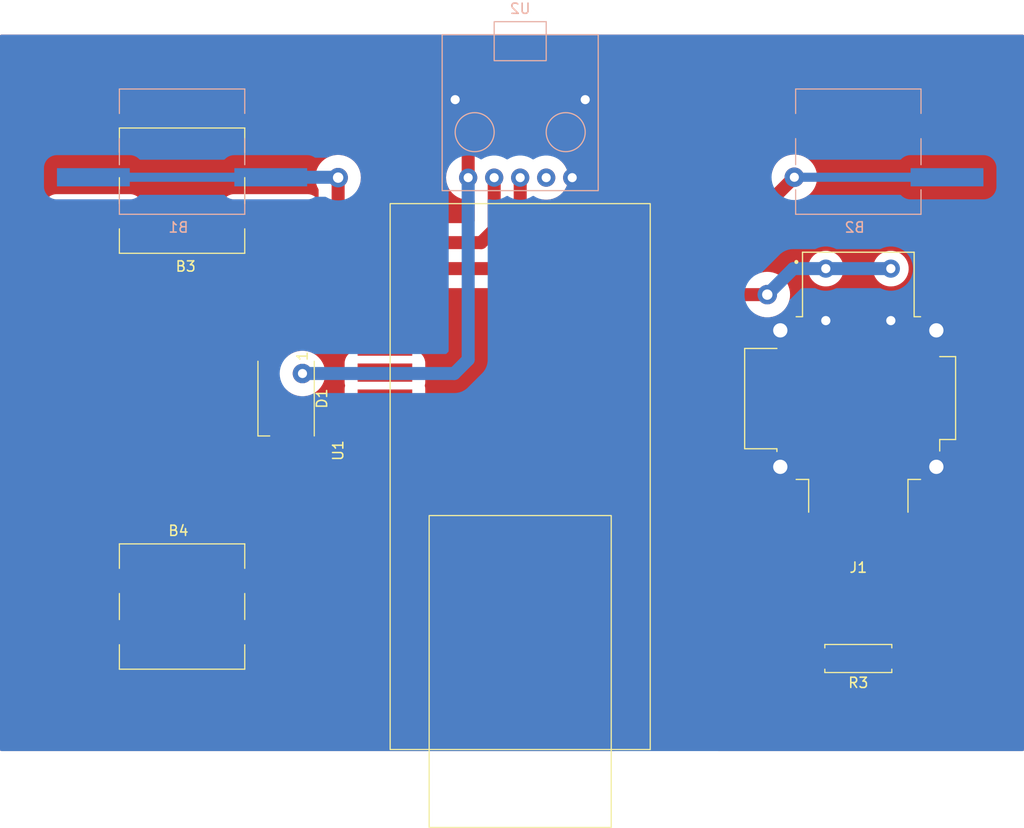
<source format=kicad_pcb>
(kicad_pcb (version 20211014) (generator pcbnew)
  (layers (0 "F.Cu" signal) (31 "B.Cu" signal) (34 "B.Paste" user) (35 "F.Paste" user) (36 "B.SilkS" user "B.Silkscreen") (37 "F.SilkS" user "F.Silkscreen") (38 "B.Mask" user) (39 "F.Mask" user) (44 "Edge.Cuts" user))
  (net 0 "")
  (net 1 "GND")
  (net 2 "Net-(J1-PadH1)")
  (net 3 "+3V3")
  (net 4 "+5V")
  (net 6 "BA")
  (net 7 "BB")
  (net 8 "BSTART")
  (net 9 "BSELECT")
  (net 10 "LED")
  (net 11 "J1H")
  (net 12 "J1V")
  (net 13 "J1B")
  (net 14 "USB-")
  (net 15 "USB+")
  (footprint "MXPAD:FSM103A-SMD" (layer "F.Cu") (at 79.9084 91.4019 180)
    (fp_text reference "B4" (at 6.604 9.906) (layer "F.SilkS"))
    (fp_text value "FSM103A")
    (fp_line (start 0.127 6.23169) (end 0.127 8.6233) (layer "F.SilkS") (width 0.12))
    (fp_line (start 12.3698 3.77591) (end 12.3698 1.22789) (layer "F.SilkS") (width 0.12))
    (fp_line (start 0.127 8.6233) (end 12.3698 8.6233) (layer "F.SilkS") (width 0.12))
    (fp_line (start 12.3698 -3.6195) (end 0.127 -3.6195) (layer "F.SilkS") (width 0.12))
    (fp_line (start 0.127 -3.6195) (end 0.127 -1.23444) (layer "F.SilkS") (width 0.12))
    (fp_line (start 12.3698 -1.22789) (end 12.3698 -3.6195) (layer "F.SilkS") (width 0.12))
    (fp_line (start 12.3698 8.6233) (end 12.3698 6.23169) (layer "F.SilkS") (width 0.12))
    (fp_line (start 0.127 1.23444) (end 0.127 3.77591) (layer "F.SilkS") (width 0.12))
    (pad "1" smd rect (at 0 0 180) (size 7.112 1.778) (drill (offset -2.413 0)) (layers "F.Cu" "F.Paste" "F.Mask") (net 1 "GND"))
    (pad "2" smd rect (at 0 5.0038 180) (size 7.112 1.778) (drill (offset -2.413 0)) (layers "F.Cu" "F.Paste" "F.Mask") (net 8 "BSTART"))
    (pad "3" smd rect (at 12.4968 5.0038 180) (size 7.112 1.778) (drill (offset 2.413 0)) (layers "F.Cu" "F.Paste" "F.Mask") (net 8 "BSTART"))
    (pad "4" smd rect (at 12.4968 0 180) (size 7.112 1.778) (drill (offset 2.413 0)) (layers "F.Cu" "F.Paste" "F.Mask") (net 1 "GND"))
  )
  (footprint "LED_SMD:LED_WS2812B_PLCC4_5.0x5.0mm_P3.2mm" (layer "F.Cu") (at 83.82 68.58 -90)
    (fp_text reference "D1" (at 0 -3.5 90) (layer "F.SilkS"))
    (fp_text value "WS2812B")
    (fp_text user "1" (at -4.15 -1.6 90) (layer "F.SilkS"))
    (fp_line (start -3.65 -2.75) (end 3.65 -2.75) (layer "F.SilkS") (width 0.12))
    (fp_line (start -3.65 2.75) (end 3.65 2.75) (layer "F.SilkS") (width 0.12))
    (fp_line (start 3.65 2.75) (end 3.65 1.6) (layer "F.SilkS") (width 0.12))
    (pad "1" thru_hole circle (at -2.450008 -1.599997 270) (size 1.905 1.905) (drill 0.889) (layers *.Cu *.Mask) (net 4 "+5V"))
    (pad "2" smd rect (at -2.45 1.6 270) (size 1.5 1) (layers "F.Cu" "F.Paste" "F.Mask"))
    (pad "3" smd rect (at 2.45 1.6 270) (size 1.5 1) (layers "F.Cu" "F.Paste" "F.Mask") (net 1 "GND"))
    (pad "4" smd rect (at 2.45 -1.6 270) (size 1.5 1) (layers "F.Cu" "F.Paste" "F.Mask") (net 10 "LED"))
  )
  (footprint "MXPAD:COM-09032-SMD" (layer "F.Cu") (at 139.7 68.58)
    (fp_text reference "J1" (at 0 16.51) (layer "F.SilkS"))
    (fp_text value "COM-09032")
    (fp_line (start -11.1 4.9) (end -11.1 -4.9) (layer "F.SilkS") (width 0.127))
    (fp_line (start -6.07 -8) (end -5.45 -8) (layer "F.SilkS") (width 0.127))
    (fp_line (start 7.95 4) (end 7.95 5.12) (layer "F.SilkS") (width 0.127))
    (fp_line (start 9.5 -4.1) (end 9.5 4) (layer "F.SilkS") (width 0.127))
    (fp_line (start 6.08 7.9) (end 4.85 7.9) (layer "F.SilkS") (width 0.127))
    (fp_line (start 7.95 -4.1) (end 9.5 -4.1) (layer "F.SilkS") (width 0.127))
    (fp_line (start 5.45 -8) (end 6.08 -8) (layer "F.SilkS") (width 0.127))
    (fp_line (start -7.95 5.17) (end -7.95 4.9) (layer "F.SilkS") (width 0.127))
    (fp_line (start -5.45 -14.3) (end 5.45 -14.3) (layer "F.SilkS") (width 0.127))
    (fp_line (start 5.45 -14.3) (end 5.45 -8) (layer "F.SilkS") (width 0.127))
    (fp_line (start -4.85 11.1) (end -4.85 7.9) (layer "F.SilkS") (width 0.127))
    (fp_line (start -5.45 -8) (end -5.45 -14.3) (layer "F.SilkS") (width 0.127))
    (fp_line (start -11.1 -4.9) (end -7.95 -4.9) (layer "F.SilkS") (width 0.127))
    (fp_line (start -4.85 7.9) (end -6.07 7.9) (layer "F.SilkS") (width 0.127))
    (fp_line (start 4.85 7.9) (end 4.85 11.1) (layer "F.SilkS") (width 0.127))
    (fp_line (start 9.5 4) (end 7.95 4) (layer "F.SilkS") (width 0.127))
    (fp_line (start -7.95 4.9) (end -11.1 4.9) (layer "F.SilkS") (width 0.127))
    (fp_circle (center -6.05 -13.35) (end -5.95 -13.35) (layer "F.SilkS") (width 0.2) (fill none))
    (pad "B1A" thru_hole circle (at -3.175 -12.7) (size 1.778 1.778) (drill 0.9) (layers *.Cu *.Mask) (remove_unused_layers) (net 13 "J1B"))
    (pad "B1B" thru_hole circle (at 3.175 -12.7) (size 1.778 1.778) (drill 0.9) (layers *.Cu *.Mask) (remove_unused_layers) (net 13 "J1B"))
    (pad "B2A" thru_hole circle (at -3.175 -7.62) (size 1.778 1.778) (drill 0.9) (layers *.Cu *.Mask) (remove_unused_layers) (net 1 "GND"))
    (pad "B2B" thru_hole circle (at 3.175 -7.62) (size 1.778 1.778) (drill 0.9) (layers *.Cu *.Mask) (remove_unused_layers) (net 1 "GND"))
    (pad "H1" smd rect (at -2.54 10.16) (size 1.778 5.334) (drill (offset 0 1.778)) (layers "F.Cu" "F.Paste" "F.Mask") (net 2 "Net-(J1-PadH1)"))
    (pad "H2" smd rect (at 0 10.16) (size 1.778 5.334) (drill (offset 0 1.778)) (layers "F.Cu" "F.Paste" "F.Mask") (net 11 "J1H"))
    (pad "H3" smd rect (at 2.54 10.16) (size 1.778 5.334) (drill (offset 0 1.778)) (layers "F.Cu" "F.Paste" "F.Mask") (net 1 "GND"))
    (pad "S1" thru_hole circle (at -7.62 -6.6675) (size 2.286 2.286) (drill 1.397) (layers *.Cu *.Mask) (remove_unused_layers) (net 1 "GND"))
    (pad "S2" thru_hole circle (at -7.62 6.6675) (size 2.286 2.286) (drill 1.397) (layers *.Cu *.Mask) (remove_unused_layers) (net 1 "GND"))
    (pad "S3" thru_hole circle (at 7.62 6.6675) (size 2.286 2.286) (drill 1.397) (layers *.Cu *.Mask) (remove_unused_layers) (net 1 "GND"))
    (pad "S4" thru_hole circle (at 7.62 -6.6675) (size 2.286 2.286) (drill 1.397) (layers *.Cu *.Mask) (remove_unused_layers) (net 1 "GND"))
    (pad "V1" smd rect (at -10.16 -2.54) (size 5.334 1.778) (drill (offset -1.778 0)) (layers "F.Cu" "F.Paste" "F.Mask") (net 2 "Net-(J1-PadH1)"))
    (pad "V2" smd rect (at -10.16 0) (size 5.334 1.778) (drill (offset -1.778 0)) (layers "F.Cu" "F.Paste" "F.Mask") (net 12 "J1V"))
    (pad "V3" smd rect (at -10.16 2.54) (size 5.334 1.778) (drill (offset -1.778 0)) (layers "F.Cu" "F.Paste" "F.Mask") (net 1 "GND"))
  )
  (footprint "MXPAD:FSM103A-SMD" (layer "F.Cu") (at 67.4116 45.7581)
    (fp_text reference "B3" (at 6.604 9.906) (layer "F.SilkS"))
    (fp_text value "FSM103A")
    (fp_line (start 12.3698 -3.6195) (end 0.127 -3.6195) (layer "F.SilkS") (width 0.12))
    (fp_line (start 0.127 6.23169) (end 0.127 8.6233) (layer "F.SilkS") (width 0.12))
    (fp_line (start 0.127 1.23444) (end 0.127 3.77591) (layer "F.SilkS") (width 0.12))
    (fp_line (start 12.3698 8.6233) (end 12.3698 6.23169) (layer "F.SilkS") (width 0.12))
    (fp_line (start 0.127 8.6233) (end 12.3698 8.6233) (layer "F.SilkS") (width 0.12))
    (fp_line (start 12.3698 3.77591) (end 12.3698 1.22789) (layer "F.SilkS") (width 0.12))
    (fp_line (start 12.3698 -1.22789) (end 12.3698 -3.6195) (layer "F.SilkS") (width 0.12))
    (fp_line (start 0.127 -3.6195) (end 0.127 -1.23444) (layer "F.SilkS") (width 0.12))
    (pad "1" smd rect (at 0 0) (size 7.112 1.778) (drill (offset -2.413 0)) (layers "F.Cu" "F.Paste" "F.Mask") (net 1 "GND"))
    (pad "2" smd rect (at 0 5.0038) (size 7.112 1.778) (drill (offset -2.413 0)) (layers "F.Cu" "F.Paste" "F.Mask") (net 9 "BSELECT"))
    (pad "3" smd rect (at 12.4968 5.0038) (size 7.112 1.778) (drill (offset 2.413 0)) (layers "F.Cu" "F.Paste" "F.Mask") (net 9 "BSELECT"))
    (pad "4" smd rect (at 12.4968 0) (size 7.112 1.778) (drill (offset 2.413 0)) (layers "F.Cu" "F.Paste" "F.Mask") (net 1 "GND"))
  )
  (footprint "MXPAD:NodeMCU-12K-SMD" (layer "F.Cu") (at 106.68 73.66 180)
    (fp_text reference "U1" (at 17.78 0 90 unlocked) (layer "F.SilkS"))
    (fp_text value "NodeMCU-12K")
    (fp_rect (start -8.89 -36.83) (end 8.89 -6.35) (layer "F.SilkS") (width 0.12) (fill none))
    (fp_rect (start -12.7 -29.21) (end 12.7 24.13) (layer "F.SilkS") (width 0.12) (fill none))
    (pad "1" smd rect (at -11.43 -27.94 180) (size 5.334 1.778) (drill (offset -1.778 0)) (layers "F.Cu" "F.Paste" "F.Mask") (net 3 "+3V3"))
    (pad "2" smd rect (at -11.43 -25.4 180) (size 5.334 1.778) (drill (offset -1.778 0)) (layers "F.Cu" "F.Paste" "F.Mask"))
    (pad "3" smd rect (at -11.43 -22.86 180) (size 5.334 1.778) (drill (offset -1.778 0)) (layers "F.Cu" "F.Paste" "F.Mask") (net 1 "GND"))
    (pad "4" smd rect (at -11.43 -20.32 180) (size 5.334 1.778) (drill (offset -1.778 0)) (layers "F.Cu" "F.Paste" "F.Mask"))
    (pad "5" smd rect (at -11.43 -17.78 180) (size 5.334 1.778) (drill (offset -1.778 0)) (layers "F.Cu" "F.Paste" "F.Mask"))
    (pad "6" smd rect (at -11.43 -15.24 180) (size 5.334 1.778) (drill (offset -1.778 0)) (layers "F.Cu" "F.Paste" "F.Mask"))
    (pad "7" smd rect (at -11.43 -12.7 180) (size 5.334 1.778) (drill (offset -1.778 0)) (layers "F.Cu" "F.Paste" "F.Mask") (net 11 "J1H"))
    (pad "8" smd rect (at -11.43 -10.16 180) (size 5.334 1.778) (drill (offset -1.778 0)) (layers "F.Cu" "F.Paste" "F.Mask"))
    (pad "9" smd rect (at -11.43 -7.62 180) (size 5.334 1.778) (drill (offset -1.778 0)) (layers "F.Cu" "F.Paste" "F.Mask") (net 1 "GND"))
    (pad "10" smd rect (at -11.43 -5.08 180) (size 5.334 1.778) (drill (offset -1.778 0)) (layers "F.Cu" "F.Paste" "F.Mask"))
    (pad "11" smd rect (at -11.43 -2.54 180) (size 5.334 1.778) (drill (offset -1.778 0)) (layers "F.Cu" "F.Paste" "F.Mask") (net 12 "J1V"))
    (pad "12" smd rect (at -11.43 0 180) (size 5.334 1.778) (drill (offset -1.778 0)) (layers "F.Cu" "F.Paste" "F.Mask"))
    (pad "13" smd rect (at -11.43 2.54 180) (size 5.334 1.778) (drill (offset -1.778 0)) (layers "F.Cu" "F.Paste" "F.Mask"))
    (pad "14" smd rect (at -11.43 5.08 180) (size 5.334 1.778) (drill (offset -1.778 0)) (layers "F.Cu" "F.Paste" "F.Mask") (net 12 "J1V"))
    (pad "15" smd rect (at -11.43 7.62 180) (size 5.334 1.778) (drill (offset -1.778 0)) (layers "F.Cu" "F.Paste" "F.Mask"))
    (pad "16" smd rect (at -11.43 10.16 180) (size 5.334 1.778) (drill (offset -1.778 0)) (layers "F.Cu" "F.Paste" "F.Mask") (net 1 "GND"))
    (pad "17" smd rect (at -11.43 12.7 180) (size 5.334 1.778) (drill (offset -1.778 0)) (layers "F.Cu" "F.Paste" "F.Mask"))
    (pad "18" smd rect (at -11.43 15.24 180) (size 5.334 1.778) (drill (offset -1.778 0)) (layers "F.Cu" "F.Paste" "F.Mask") (net 13 "J1B"))
    (pad "19" smd rect (at -11.43 17.78 180) (size 5.334 1.778) (drill (offset -1.778 0)) (layers "F.Cu" "F.Paste" "F.Mask"))
    (pad "20" smd rect (at -11.43 20.32 180) (size 5.334 1.778) (drill (offset -1.778 0)) (layers "F.Cu" "F.Paste" "F.Mask") (net 7 "BB"))
    (pad "21" smd rect (at -11.43 22.86 180) (size 5.334 1.778) (drill (offset -1.778 0)) (layers "F.Cu" "F.Paste" "F.Mask") (net 4 "+5V"))
    (pad "22" smd rect (at 11.43 22.86 180) (size 5.334 1.778) (drill (offset 1.778 0)) (layers "F.Cu" "F.Paste" "F.Mask") (net 1 "GND"))
    (pad "23" smd rect (at 11.43 20.32 180) (size 5.334 1.778) (drill (offset 1.778 0)) (layers "F.Cu" "F.Paste" "F.Mask") (net 14 "USB-"))
    (pad "24" smd rect (at 11.43 17.78 180) (size 5.334 1.778) (drill (offset 1.778 0)) (layers "F.Cu" "F.Paste" "F.Mask") (net 15 "USB+"))
    (pad "25" smd rect (at 11.43 15.24 180) (size 5.334 1.778) (drill (offset 1.778 0)) (layers "F.Cu" "F.Paste" "F.Mask") (net 6 "BA"))
    (pad "26" smd rect (at 11.43 12.7 180) (size 5.334 1.778) (drill (offset 1.778 0)) (layers "F.Cu" "F.Paste" "F.Mask") (net 9 "BSELECT"))
    (pad "27" smd rect (at 11.43 10.16 180) (size 5.334 1.778) (drill (offset 1.778 0)) (layers "F.Cu" "F.Paste" "F.Mask") (net 1 "GND"))
    (pad "28" smd rect (at 11.43 7.62 180) (size 5.334 1.778) (drill (offset 1.778 0)) (layers "F.Cu" "F.Paste" "F.Mask"))
    (pad "29" smd rect (at 11.43 5.08 180) (size 5.334 1.778) (drill (offset 1.778 0)) (layers "F.Cu" "F.Paste" "F.Mask"))
    (pad "30" smd rect (at 11.43 2.54 180) (size 5.334 1.778) (drill (offset 1.778 0)) (layers "F.Cu" "F.Paste" "F.Mask"))
    (pad "31" smd rect (at 11.43 0 180) (size 5.334 1.778) (drill (offset 1.778 0)) (layers "F.Cu" "F.Paste" "F.Mask") (net 10 "LED"))
    (pad "32" smd rect (at 11.43 -2.54 180) (size 5.334 1.778) (drill (offset 1.778 0)) (layers "F.Cu" "F.Paste" "F.Mask") (net 8 "BSTART"))
    (pad "33" smd rect (at 11.43 -5.08 180) (size 5.334 1.778) (drill (offset 1.778 0)) (layers "F.Cu" "F.Paste" "F.Mask"))
    (pad "34" smd rect (at 11.43 -7.62 180) (size 5.334 1.778) (drill (offset 1.778 0)) (layers "F.Cu" "F.Paste" "F.Mask"))
    (pad "35" smd rect (at 11.43 -10.16 180) (size 5.334 1.778) (drill (offset 1.778 0)) (layers "F.Cu" "F.Paste" "F.Mask"))
    (pad "36" smd rect (at 11.43 -12.7 180) (size 5.334 1.778) (drill (offset 1.778 0)) (layers "F.Cu" "F.Paste" "F.Mask"))
    (pad "37" smd rect (at 11.43 -15.24 180) (size 5.334 1.778) (drill (offset 1.778 0)) (layers "F.Cu" "F.Paste" "F.Mask"))
    (pad "38" smd rect (at 11.43 -17.78 180) (size 5.334 1.778) (drill (offset 1.778 0)) (layers "F.Cu" "F.Paste" "F.Mask"))
    (pad "39" smd rect (at 11.43 -20.32 180) (size 5.334 1.778) (drill (offset 1.778 0)) (layers "F.Cu" "F.Paste" "F.Mask"))
    (pad "40" smd rect (at 11.43 -22.86 180) (size 5.334 1.778) (drill (offset 1.778 0)) (layers "F.Cu" "F.Paste" "F.Mask"))
    (pad "41" smd rect (at 11.43 -25.4 180) (size 5.334 1.778) (drill (offset 1.778 0)) (layers "F.Cu" "F.Paste" "F.Mask"))
    (pad "42" smd rect (at 11.43 -27.94 180) (size 5.334 1.778) (drill (offset 1.778 0)) (layers "F.Cu" "F.Paste" "F.Mask") (net 1 "GND"))
  )
  (footprint "Resistor_THT:R_Axial_DIN0207_L6.3mm_D2.5mm_P7.62mm_Horizontal" (layer "F.Cu") (at 143.51 93.98 180)
    (fp_text reference "R3" (at 3.81 -2.37) (layer "F.SilkS"))
    (fp_text value "1K")
    (fp_line (start 7.08 1.37) (end 7.08 1.04) (layer "F.SilkS") (width 0.12))
    (fp_line (start 0.54 -1.04) (end 0.54 -1.37) (layer "F.SilkS") (width 0.12))
    (fp_line (start 0.54 -1.37) (end 7.08 -1.37) (layer "F.SilkS") (width 0.12))
    (fp_line (start 0.54 1.37) (end 7.08 1.37) (layer "F.SilkS") (width 0.12))
    (fp_line (start 0.54 1.04) (end 0.54 1.37) (layer "F.SilkS") (width 0.12))
    (fp_line (start 7.08 -1.37) (end 7.08 -1.04) (layer "F.SilkS") (width 0.12))
    (pad "1" smd rect (at 0 0 180) (size 2.54 1.6) (layers "F.Cu" "F.Paste" "F.Mask") (net 2 "Net-(J1-PadH1)"))
    (pad "2" smd rect (at 7.62 0 180) (size 2.54 1.6) (layers "F.Cu" "F.Paste" "F.Mask") (net 3 "+3V3"))
  )
  (footprint "MXPAD:FSM103A-SMD" (layer "B.Cu") (at 79.9084 41.9481 180)
    (fp_text reference "B1" (at 6.604 -9.906) (layer "B.SilkS") (effects (justify mirror)))
    (fp_text value "FSM103A")
    (fp_line (start 12.3698 3.6195) (end 0.127 3.6195) (layer "B.SilkS") (width 0.12))
    (fp_line (start 12.3698 1.22789) (end 12.3698 3.6195) (layer "B.SilkS") (width 0.12))
    (fp_line (start 0.127 -8.6233) (end 12.3698 -8.6233) (layer "B.SilkS") (width 0.12))
    (fp_line (start 0.127 3.6195) (end 0.127 1.23444) (layer "B.SilkS") (width 0.12))
    (fp_line (start 0.127 -1.23444) (end 0.127 -3.77591) (layer "B.SilkS") (width 0.12))
    (fp_line (start 12.3698 -8.6233) (end 12.3698 -6.23169) (layer "B.SilkS") (width 0.12))
    (fp_line (start 0.127 -6.23169) (end 0.127 -8.6233) (layer "B.SilkS") (width 0.12))
    (fp_line (start 12.3698 -3.77591) (end 12.3698 -1.22789) (layer "B.SilkS") (width 0.12))
    (pad "1" smd rect (at 0 0 180) (size 7.112 1.778) (drill (offset -2.413 0)) (layers "B.Cu" "B.Paste" "B.Mask") (net 1 "GND"))
    (pad "2" smd rect (at 0 -5.0038 180) (size 7.112 1.778) (drill (offset -2.413 0)) (layers "B.Cu" "B.Paste" "B.Mask") (net 6 "BA"))
    (pad "3" smd rect (at 12.4968 -5.0038 180) (size 7.112 1.778) (drill (offset 2.413 0)) (layers "B.Cu" "B.Paste" "B.Mask") (net 6 "BA"))
    (pad "4" smd rect (at 12.4968 0 180) (size 7.112 1.778) (drill (offset 2.413 0)) (layers "B.Cu" "B.Paste" "B.Mask") (net 1 "GND"))
  )
  (footprint "MXPAD:FSM103A-SMD" (layer "B.Cu") (at 145.9484 41.9481 180)
    (fp_text reference "B2" (at 6.604 -9.906) (layer "B.SilkS") (effects (justify mirror)))
    (fp_text value "FSM103A")
    (fp_line (start 12.3698 -8.6233) (end 12.3698 -6.23169) (layer "B.SilkS") (width 0.12))
    (fp_line (start 0.127 -6.23169) (end 0.127 -8.6233) (layer "B.SilkS") (width 0.12))
    (fp_line (start 12.3698 1.22789) (end 12.3698 3.6195) (layer "B.SilkS") (width 0.12))
    (fp_line (start 0.127 -8.6233) (end 12.3698 -8.6233) (layer "B.SilkS") (width 0.12))
    (fp_line (start 0.127 3.6195) (end 0.127 1.23444) (layer "B.SilkS") (width 0.12))
    (fp_line (start 12.3698 3.6195) (end 0.127 3.6195) (layer "B.SilkS") (width 0.12))
    (fp_line (start 12.3698 -3.77591) (end 12.3698 -1.22789) (layer "B.SilkS") (width 0.12))
    (fp_line (start 0.127 -1.23444) (end 0.127 -3.77591) (layer "B.SilkS") (width 0.12))
    (pad "1" smd rect (at 0 0 180) (size 7.112 1.778) (drill (offset -2.413 0)) (layers "B.Cu" "B.Paste" "B.Mask") (net 1 "GND"))
    (pad "2" smd rect (at 0 -5.0038 180) (size 7.112 1.778) (drill (offset -2.413 0)) (layers "B.Cu" "B.Paste" "B.Mask") (net 7 "BB"))
    (pad "3" thru_hole circle (at 12.4968 -5.0038 180) (size 1.905 1.905) (drill 0.889) (layers *.Cu *.Mask) (net 7 "BB"))
    (pad "4" smd rect (at 12.4968 0 180) (size 7.112 1.778) (drill (offset 2.413 0)) (layers "B.Cu" "B.Paste" "B.Mask") (net 1 "GND"))
  )
  (footprint "MXPAD:MicroUSB" (layer "B.Cu") (at 106.68 41.91 180)
    (fp_text reference "U2" (at 0 11.43 unlocked) (layer "B.SilkS") (effects (justify mirror)))
    (fp_text value "MicroUSB")
    (fp_rect (start -2.54 10.16) (end 2.54 6.35) (layer "B.SilkS") (width 0.12) (fill none))
    (fp_rect (start -7.62 8.89) (end 7.62 -6.35) (layer "B.SilkS") (width 0.12) (fill none))
    (fp_circle (center -4.445 -0.635) (end -2.54 -0.635) (layer "B.SilkS") (width 0.12) (fill none))
    (fp_circle (center 4.445 -0.635) (end 6.35 -0.635) (layer "B.SilkS") (width 0.12) (fill none))
    (pad "1" thru_hole circle (at -5.08 -5.08 180) (size 1.778 1.778) (drill 0.889) (layers *.Cu *.Mask) (net 1 "GND"))
    (pad "2" thru_hole circle (at -2.54 -5.08 180) (size 1.778 1.778) (drill 0.889) (layers *.Cu *.Mask))
    (pad "3" thru_hole circle (at 0 -5.08 180) (size 1.778 1.778) (drill 0.889) (layers *.Cu *.Mask) (net 15 "USB+"))
    (pad "4" thru_hole circle (at 2.54 -5.08 180) (size 1.778 1.778) (drill 0.889) (layers *.Cu *.Mask) (net 14 "USB-"))
    (pad "5" thru_hole circle (at 5.08 -5.08 180) (size 1.778 1.778) (drill 0.889) (layers *.Cu *.Mask) (net 4 "+5V"))
    (pad "6" thru_hole circle (at 6.35 2.54 180) (size 1.778 1.778) (drill 0.889) (layers *.Cu *.Mask) (net 1 "GND"))
    (pad "7" thru_hole circle (at -6.35 2.54 180) (size 1.778 1.778) (drill 0.889) (layers *.Cu *.Mask) (net 1 "GND"))
  )
  (segment (start 67.4116 41.9481) (end 79.9084 41.9481) (width 0.889) (layer "B.Cu") (net 1))
  (segment (start 149.86 66.04) (end 151.13 67.31) (width 1.27) (layer "F.Cu") (net 2))
  (segment (start 137.16 78.74) (end 137.16 66.04) (width 1.27) (layer "F.Cu") (net 2))
  (segment (start 137.16 66.04) (end 149.86 66.04) (width 1.27) (layer "F.Cu") (net 2))
  (segment (start 151.13 92.71) (end 149.86 93.98) (width 1.27) (layer "F.Cu") (net 2))
  (segment (start 151.13 67.31) (end 151.13 92.71) (width 1.27) (layer "F.Cu") (net 2))
  (segment (start 149.86 93.98) (end 143.51 93.98) (width 1.27) (layer "F.Cu") (net 2))
  (segment (start 129.54 66.04) (end 137.16 66.04) (width 1.27) (layer "F.Cu") (net 2))
  (segment (start 124.46 101.6) (end 118.11 101.6) (width 1.27) (layer "F.Cu") (net 3))
  (segment (start 135.89 93.98) (end 132.08 93.98) (width 1.27) (layer "F.Cu") (net 3))
  (segment (start 132.08 93.98) (end 124.46 101.6) (width 1.27) (layer "F.Cu") (net 3))
  (segment (start 124.46 50.8) (end 118.11 50.8) (width 1.27) (layer "F.Cu") (net 4))
  (segment (start 125.73 44.45) (end 125.73 49.53) (width 1.27) (layer "F.Cu") (net 4))
  (segment (start 125.73 49.53) (end 124.46 50.8) (width 1.27) (layer "F.Cu") (net 4))
  (segment (start 102.87 43.18) (end 124.46 43.18) (width 1.27) (layer "F.Cu") (net 4))
  (segment (start 124.46 43.18) (end 125.73 44.45) (width 1.27) (layer "F.Cu") (net 4))
  (segment (start 101.6 44.45) (end 102.87 43.18) (width 1.27) (layer "F.Cu") (net 4))
  (segment (start 101.6 46.99) (end 101.6 44.45) (width 1.27) (layer "F.Cu") (net 4))
  (segment (start 100.240008 66.129992) (end 101.6 64.77) (width 1.27) (layer "B.Cu") (net 4))
  (segment (start 85.419997 66.129992) (end 100.240008 66.129992) (width 1.27) (layer "B.Cu") (net 4))
  (segment (start 101.6 64.77) (end 101.6 46.99) (width 1.27) (layer "B.Cu") (net 4))
  (segment (start 88.9 57.15) (end 88.9 46.99) (width 1.27) (layer "F.Cu") (net 6))
  (segment (start 90.17 58.42) (end 88.9 57.15) (width 1.27) (layer "F.Cu") (net 6))
  (segment (start 95.25 58.42) (end 90.17 58.42) (width 1.27) (layer "F.Cu") (net 6))
  (via (at 88.9 46.99) (size 1.905) (drill 1.016) (layers "F.Cu" "B.Cu") (net 6))
  (segment (start 79.9084 46.9519) (end 88.8619 46.9519) (width 1.27) (layer "B.Cu") (net 6))
  (segment (start 67.4116 46.9519) (end 79.9084 46.9519) (width 0.889) (layer "B.Cu") (net 6))
  (segment (start 88.9 46.99) (end 88.8619 46.9519) (width 1.27) (layer "B.Cu") (net 6))
  (segment (start 127.0635 53.34) (end 118.11 53.34) (width 1.27) (layer "F.Cu") (net 7))
  (segment (start 133.4516 46.9519) (end 127.0635 53.34) (width 1.27) (layer "F.Cu") (net 7))
  (segment (start 133.4516 46.9519) (end 145.9484 46.9519) (width 0.889) (layer "B.Cu") (net 7))
  (segment (start 79.9465 86.36) (end 85.09 86.36) (width 1.27) (layer "F.Cu") (net 8))
  (segment (start 79.9084 86.3981) (end 79.9465 86.36) (width 1.27) (layer "F.Cu") (net 8))
  (segment (start 66.04 86.36) (end 79.8703 86.36) (width 0.889) (layer "F.Cu") (net 8))
  (segment (start 85.09 77.47) (end 86.36 76.2) (width 1.27) (layer "F.Cu") (net 8))
  (segment (start 85.09 86.36) (end 85.09 77.47) (width 1.27) (layer "F.Cu") (net 8))
  (segment (start 86.36 76.2) (end 95.25 76.2) (width 1.27) (layer "F.Cu") (net 8))
  (segment (start 79.8703 86.36) (end 79.9084 86.3981) (width 0.889) (layer "F.Cu") (net 8))
  (segment (start 67.4116 86.3981) (end 66.0781 86.3981) (width 0.889) (layer "F.Cu") (net 8))
  (segment (start 66.0781 86.3981) (end 66.04 86.36) (width 0.889) (layer "F.Cu") (net 8))
  (segment (start 95.25 60.96) (end 87.63 60.96) (width 1.27) (layer "F.Cu") (net 9))
  (segment (start 87.63 60.96) (end 85.09 58.42) (width 1.27) (layer "F.Cu") (net 9))
  (segment (start 67.4116 50.7619) (end 79.9084 50.7619) (width 0.889) (layer "F.Cu") (net 9))
  (segment (start 85.09 58.42) (end 85.09 52.07) (width 1.27) (layer "F.Cu") (net 9))
  (segment (start 85.42 72.72) (end 86.36 73.66) (width 1.27) (layer "F.Cu") (net 10))
  (segment (start 85.42 71.03) (end 85.42 72.72) (width 1.27) (layer "F.Cu") (net 10))
  (segment (start 86.36 73.66) (end 95.25 73.66) (width 1.27) (layer "F.Cu") (net 10))
  (segment (start 139.7 85.09) (end 138.43 86.36) (width 1.27) (layer "F.Cu") (net 11))
  (segment (start 138.43 86.36) (end 118.11 86.36) (width 1.27) (layer "F.Cu") (net 11))
  (segment (start 139.7 78.74) (end 139.7 85.09) (width 1.27) (layer "F.Cu") (net 11))
  (segment (start 113.03 69.85) (end 113.03 74.93) (width 1.27) (layer "F.Cu") (net 12))
  (segment (start 118.11 68.58) (end 114.3 68.58) (width 1.27) (layer "F.Cu") (net 12))
  (segment (start 114.3 76.2) (end 118.11 76.2) (width 1.27) (layer "F.Cu") (net 12))
  (segment (start 129.54 68.58) (end 118.11 68.58) (width 1.27) (layer "F.Cu") (net 12))
  (segment (start 113.03 74.93) (end 114.3 76.2) (width 1.27) (layer "F.Cu") (net 12))
  (segment (start 114.3 68.58) (end 113.03 69.85) (width 1.27) (layer "F.Cu") (net 12))
  (segment (start 130.81 58.42) (end 118.11 58.42) (width 1.27) (layer "F.Cu") (net 13))
  (via (at 130.81 58.42) (size 1.905) (drill 1.016) (layers "F.Cu" "B.Cu") (net 13))
  (segment (start 133.35 55.88) (end 130.81 58.42) (width 1.27) (layer "B.Cu") (net 13))
  (segment (start 136.525 55.88) (end 142.875 55.88) (width 1.27) (layer "B.Cu") (net 13))
  (segment (start 136.525 55.88) (end 133.35 55.88) (width 1.27) (layer "B.Cu") (net 13))
  (segment (start 95.25 53.34) (end 102.87 53.34) (width 1.27) (layer "F.Cu") (net 14))
  (segment (start 102.87 53.34) (end 104.14 52.07) (width 1.27) (layer "F.Cu") (net 14))
  (segment (start 104.14 52.07) (end 104.14 46.99) (width 1.27) (layer "F.Cu") (net 14))
  (segment (start 95.25 55.88) (end 105.41 55.88) (width 1.27) (layer "F.Cu") (net 15))
  (segment (start 105.41 55.88) (end 106.68 54.61) (width 1.27) (layer "F.Cu") (net 15))
  (segment (start 106.68 54.61) (end 106.68 46.99) (width 1.27) (layer "F.Cu") (net 15))
  (zone (net 1) (net_name "GND") (layers F&B.Cu) (connect_pads yes (clearance 1.27)) (min_thickness 0.254) (fill yes (thermal_gap 0.508) (thermal_bridge_width 0.508))
    (polygon (pts (xy 155.8798 103.0224) (xy 55.88 103.0224) (xy 55.88 33.02) (xy 155.8798 33.02)))
  )
)
</source>
